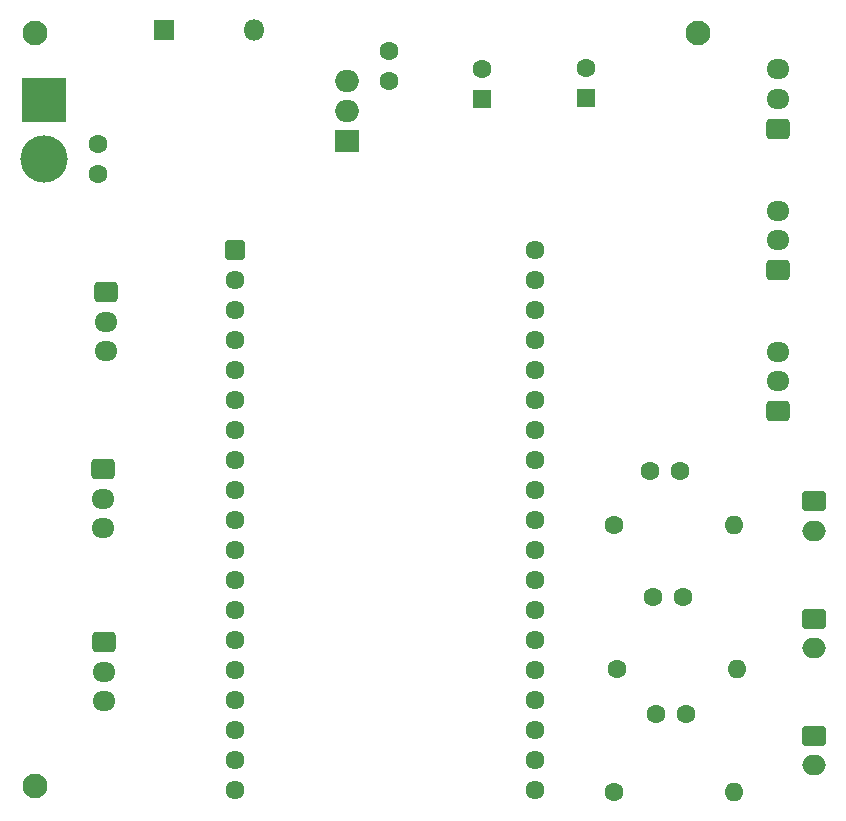
<source format=gbr>
%TF.GenerationSoftware,KiCad,Pcbnew,8.0.4*%
%TF.CreationDate,2024-08-29T20:02:29+09:00*%
%TF.ProjectId,esp_md3_servo3_sensor3,6573705f-6d64-4335-9f73-6572766f335f,rev?*%
%TF.SameCoordinates,Original*%
%TF.FileFunction,Soldermask,Bot*%
%TF.FilePolarity,Negative*%
%FSLAX46Y46*%
G04 Gerber Fmt 4.6, Leading zero omitted, Abs format (unit mm)*
G04 Created by KiCad (PCBNEW 8.0.4) date 2024-08-29 20:02:29*
%MOMM*%
%LPD*%
G01*
G04 APERTURE LIST*
G04 Aperture macros list*
%AMRoundRect*
0 Rectangle with rounded corners*
0 $1 Rounding radius*
0 $2 $3 $4 $5 $6 $7 $8 $9 X,Y pos of 4 corners*
0 Add a 4 corners polygon primitive as box body*
4,1,4,$2,$3,$4,$5,$6,$7,$8,$9,$2,$3,0*
0 Add four circle primitives for the rounded corners*
1,1,$1+$1,$2,$3*
1,1,$1+$1,$4,$5*
1,1,$1+$1,$6,$7*
1,1,$1+$1,$8,$9*
0 Add four rect primitives between the rounded corners*
20,1,$1+$1,$2,$3,$4,$5,0*
20,1,$1+$1,$4,$5,$6,$7,0*
20,1,$1+$1,$6,$7,$8,$9,0*
20,1,$1+$1,$8,$9,$2,$3,0*%
G04 Aperture macros list end*
%ADD10C,1.600000*%
%ADD11O,1.600000X1.600000*%
%ADD12RoundRect,0.250000X-0.725000X0.600000X-0.725000X-0.600000X0.725000X-0.600000X0.725000X0.600000X0*%
%ADD13O,1.950000X1.700000*%
%ADD14R,1.800000X1.800000*%
%ADD15O,1.800000X1.800000*%
%ADD16RoundRect,0.250000X0.725000X-0.600000X0.725000X0.600000X-0.725000X0.600000X-0.725000X-0.600000X0*%
%ADD17RoundRect,0.250000X-0.750000X0.600000X-0.750000X-0.600000X0.750000X-0.600000X0.750000X0.600000X0*%
%ADD18O,2.000000X1.700000*%
%ADD19R,1.600000X1.600000*%
%ADD20C,2.100000*%
%ADD21R,2.000000X1.905000*%
%ADD22O,2.000000X1.905000*%
%ADD23R,3.800000X3.800000*%
%ADD24C,4.000000*%
%ADD25RoundRect,0.102000X-0.704000X-0.704000X0.704000X-0.704000X0.704000X0.704000X-0.704000X0.704000X0*%
%ADD26C,1.612000*%
G04 APERTURE END LIST*
D10*
%TO.C,R2*%
X191770000Y-130556000D03*
D11*
X201930000Y-130556000D03*
%TD*%
D12*
%TO.C,MD2*%
X148264000Y-113658000D03*
D13*
X148264000Y-116158000D03*
X148264000Y-118658000D03*
%TD*%
D12*
%TO.C,MD3*%
X148336000Y-128270000D03*
D13*
X148336000Y-130770000D03*
X148336000Y-133270000D03*
%TD*%
D14*
%TO.C,D1*%
X153416000Y-76454000D03*
D15*
X161036000Y-76454000D03*
%TD*%
D10*
%TO.C,C2*%
X194838000Y-124460000D03*
X197338000Y-124460000D03*
%TD*%
D16*
%TO.C,Servo3*%
X205414000Y-84796000D03*
D13*
X205414000Y-82296000D03*
X205414000Y-79796000D03*
%TD*%
D17*
%TO.C,LimitSwitch1*%
X208462000Y-136224000D03*
D18*
X208462000Y-138724000D03*
%TD*%
D17*
%TO.C,LimitSwitch2*%
X208462000Y-126318000D03*
D18*
X208462000Y-128818000D03*
%TD*%
D19*
%TO.C,470u1*%
X180340000Y-82256000D03*
D10*
X180340000Y-79756000D03*
%TD*%
%TO.C,R1*%
X191516000Y-118364000D03*
D11*
X201676000Y-118364000D03*
%TD*%
D20*
%TO.C,H1*%
X142494000Y-76708000D03*
%TD*%
D21*
%TO.C,U2*%
X168910000Y-85852000D03*
D22*
X168910000Y-83312000D03*
X168910000Y-80772000D03*
%TD*%
D10*
%TO.C,C4*%
X147828000Y-86126000D03*
X147828000Y-88626000D03*
%TD*%
%TO.C,R3*%
X191516000Y-140970000D03*
D11*
X201676000Y-140970000D03*
%TD*%
D10*
%TO.C,C3*%
X195112000Y-134366000D03*
X197612000Y-134366000D03*
%TD*%
D12*
%TO.C,MD1*%
X148518000Y-98672000D03*
D13*
X148518000Y-101172000D03*
X148518000Y-103672000D03*
%TD*%
D19*
%TO.C,470u2*%
X189200000Y-82213302D03*
D10*
X189200000Y-79713302D03*
%TD*%
D16*
%TO.C,Servo1*%
X205414000Y-108696000D03*
D13*
X205414000Y-106196000D03*
X205414000Y-103696000D03*
%TD*%
D10*
%TO.C,C5*%
X172466000Y-80772000D03*
X172466000Y-78272000D03*
%TD*%
D20*
%TO.C,H4*%
X198628000Y-76708000D03*
%TD*%
D17*
%TO.C,LimitSwitch3*%
X208462000Y-116372000D03*
D18*
X208462000Y-118872000D03*
%TD*%
D16*
%TO.C,Servo2*%
X205414000Y-96746000D03*
D13*
X205414000Y-94246000D03*
X205414000Y-91746000D03*
%TD*%
D23*
%TO.C,J1*%
X143256000Y-82376000D03*
D24*
X143256000Y-87376000D03*
%TD*%
D20*
%TO.C,H2*%
X142494000Y-140462000D03*
%TD*%
D25*
%TO.C,U1*%
X159485500Y-95097000D03*
D26*
X159485500Y-97637000D03*
X159485500Y-100177000D03*
X159485500Y-102717000D03*
X159485500Y-105257000D03*
X159485500Y-107797000D03*
X159485500Y-110337000D03*
X159485500Y-112877000D03*
X159485500Y-115417000D03*
X159485500Y-117957000D03*
X159485500Y-120497000D03*
X159485500Y-123037000D03*
X159485500Y-125577000D03*
X159485500Y-128117000D03*
X159485500Y-130657000D03*
X159485500Y-133197000D03*
X159485500Y-135737000D03*
X159485500Y-138277000D03*
X159485500Y-140817000D03*
X184885500Y-95097000D03*
X184885500Y-97637000D03*
X184885500Y-100177000D03*
X184885500Y-102717000D03*
X184885500Y-105257000D03*
X184885500Y-107797000D03*
X184885500Y-110337000D03*
X184885500Y-112877000D03*
X184885500Y-115417000D03*
X184885500Y-117957000D03*
X184885500Y-120497000D03*
X184885500Y-123037000D03*
X184885500Y-125577000D03*
X184885500Y-128117000D03*
X184885500Y-130657000D03*
X184885500Y-133197000D03*
X184885500Y-135737000D03*
X184885500Y-138277000D03*
X184885500Y-140817000D03*
%TD*%
D10*
%TO.C,C1*%
X194604000Y-113792000D03*
X197104000Y-113792000D03*
%TD*%
M02*

</source>
